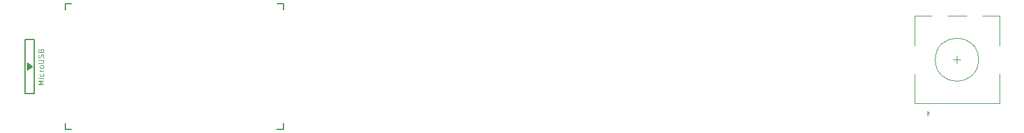
<source format=gto>
%TF.GenerationSoftware,KiCad,Pcbnew,(5.1.10)-1*%
%TF.CreationDate,2021-09-25T16:09:09+01:00*%
%TF.ProjectId,piccolo,70696363-6f6c-46f2-9e6b-696361645f70,rev?*%
%TF.SameCoordinates,Original*%
%TF.FileFunction,Legend,Top*%
%TF.FilePolarity,Positive*%
%FSLAX46Y46*%
G04 Gerber Fmt 4.6, Leading zero omitted, Abs format (unit mm)*
G04 Created by KiCad (PCBNEW (5.1.10)-1) date 2021-09-25 16:09:09*
%MOMM*%
%LPD*%
G01*
G04 APERTURE LIST*
%ADD10C,0.120000*%
%ADD11C,0.150000*%
G04 APERTURE END LIST*
D10*
%TO.C,SW2*%
X176037500Y-48260000D02*
G75*
G03*
X176037500Y-48260000I-3000000J0D01*
G01*
X167137500Y-46260000D02*
X167137500Y-42160000D01*
X178937500Y-42160000D02*
X178937500Y-46260000D01*
X178937500Y-50260000D02*
X178937500Y-54360000D01*
X167137500Y-50260000D02*
X167137500Y-54360000D01*
X167137500Y-54360000D02*
X178937500Y-54360000D01*
X169237500Y-55760000D02*
X168937500Y-56060000D01*
X168937500Y-56060000D02*
X168937500Y-55460000D01*
X168937500Y-55460000D02*
X169237500Y-55760000D01*
X167137500Y-42160000D02*
X169537500Y-42160000D01*
X171737500Y-42160000D02*
X174337500Y-42160000D01*
X176537500Y-42160000D02*
X178937500Y-42160000D01*
X172537500Y-48260000D02*
X173537500Y-48260000D01*
X173037500Y-48760000D02*
X173037500Y-47760000D01*
D11*
%TO.C,U1*%
X79687500Y-40462500D02*
X79687500Y-41322500D01*
X79687500Y-57962500D02*
X79687500Y-57112500D01*
X78837500Y-40462500D02*
X79687500Y-40462500D01*
X78787500Y-57962500D02*
X79687500Y-57962500D01*
X49487500Y-40462500D02*
X49487500Y-41262500D01*
X49487500Y-57962500D02*
X49487500Y-57112500D01*
X49487500Y-40462500D02*
X50337500Y-40462500D01*
X49487500Y-57962500D02*
X50337500Y-57962500D01*
X43887500Y-52962500D02*
X45187500Y-52962500D01*
X45187500Y-52962500D02*
X45187500Y-45462500D01*
X45187500Y-45462500D02*
X43887500Y-45462500D01*
X43887500Y-45462500D02*
X43887500Y-52962500D01*
X44237500Y-49712500D02*
X44237500Y-48712500D01*
X44237500Y-48712500D02*
X44887500Y-49212500D01*
X44887500Y-49212500D02*
X44237500Y-49712500D01*
X44387500Y-49562500D02*
X44387500Y-48862500D01*
X44537500Y-49462500D02*
X44537500Y-48962500D01*
X44687500Y-49362500D02*
X44687500Y-49062500D01*
D10*
X46476785Y-51708928D02*
X45726785Y-51708928D01*
X46262500Y-51458928D01*
X45726785Y-51208928D01*
X46476785Y-51208928D01*
X46476785Y-50851785D02*
X45976785Y-50851785D01*
X45726785Y-50851785D02*
X45762500Y-50887500D01*
X45798214Y-50851785D01*
X45762500Y-50816071D01*
X45726785Y-50851785D01*
X45798214Y-50851785D01*
X46441071Y-50173214D02*
X46476785Y-50244642D01*
X46476785Y-50387500D01*
X46441071Y-50458928D01*
X46405357Y-50494642D01*
X46333928Y-50530357D01*
X46119642Y-50530357D01*
X46048214Y-50494642D01*
X46012500Y-50458928D01*
X45976785Y-50387500D01*
X45976785Y-50244642D01*
X46012500Y-50173214D01*
X46476785Y-49851785D02*
X45976785Y-49851785D01*
X46119642Y-49851785D02*
X46048214Y-49816071D01*
X46012500Y-49780357D01*
X45976785Y-49708928D01*
X45976785Y-49637500D01*
X46476785Y-49280357D02*
X46441071Y-49351785D01*
X46405357Y-49387500D01*
X46333928Y-49423214D01*
X46119642Y-49423214D01*
X46048214Y-49387500D01*
X46012500Y-49351785D01*
X45976785Y-49280357D01*
X45976785Y-49173214D01*
X46012500Y-49101785D01*
X46048214Y-49066071D01*
X46119642Y-49030357D01*
X46333928Y-49030357D01*
X46405357Y-49066071D01*
X46441071Y-49101785D01*
X46476785Y-49173214D01*
X46476785Y-49280357D01*
X45726785Y-48708928D02*
X46333928Y-48708928D01*
X46405357Y-48673214D01*
X46441071Y-48637500D01*
X46476785Y-48566071D01*
X46476785Y-48423214D01*
X46441071Y-48351785D01*
X46405357Y-48316071D01*
X46333928Y-48280357D01*
X45726785Y-48280357D01*
X46441071Y-47958928D02*
X46476785Y-47851785D01*
X46476785Y-47673214D01*
X46441071Y-47601785D01*
X46405357Y-47566071D01*
X46333928Y-47530357D01*
X46262500Y-47530357D01*
X46191071Y-47566071D01*
X46155357Y-47601785D01*
X46119642Y-47673214D01*
X46083928Y-47816071D01*
X46048214Y-47887500D01*
X46012500Y-47923214D01*
X45941071Y-47958928D01*
X45869642Y-47958928D01*
X45798214Y-47923214D01*
X45762500Y-47887500D01*
X45726785Y-47816071D01*
X45726785Y-47637500D01*
X45762500Y-47530357D01*
X46083928Y-46958928D02*
X46119642Y-46851785D01*
X46155357Y-46816071D01*
X46226785Y-46780357D01*
X46333928Y-46780357D01*
X46405357Y-46816071D01*
X46441071Y-46851785D01*
X46476785Y-46923214D01*
X46476785Y-47208928D01*
X45726785Y-47208928D01*
X45726785Y-46958928D01*
X45762500Y-46887500D01*
X45798214Y-46851785D01*
X45869642Y-46816071D01*
X45941071Y-46816071D01*
X46012500Y-46851785D01*
X46048214Y-46887500D01*
X46083928Y-46958928D01*
X46083928Y-47208928D01*
X46476785Y-51708928D02*
X45726785Y-51708928D01*
X46262500Y-51458928D01*
X45726785Y-51208928D01*
X46476785Y-51208928D01*
X46476785Y-50851785D02*
X45976785Y-50851785D01*
X45726785Y-50851785D02*
X45762500Y-50887500D01*
X45798214Y-50851785D01*
X45762500Y-50816071D01*
X45726785Y-50851785D01*
X45798214Y-50851785D01*
X46441071Y-50173214D02*
X46476785Y-50244642D01*
X46476785Y-50387500D01*
X46441071Y-50458928D01*
X46405357Y-50494642D01*
X46333928Y-50530357D01*
X46119642Y-50530357D01*
X46048214Y-50494642D01*
X46012500Y-50458928D01*
X45976785Y-50387500D01*
X45976785Y-50244642D01*
X46012500Y-50173214D01*
X46476785Y-49851785D02*
X45976785Y-49851785D01*
X46119642Y-49851785D02*
X46048214Y-49816071D01*
X46012500Y-49780357D01*
X45976785Y-49708928D01*
X45976785Y-49637500D01*
X46476785Y-49280357D02*
X46441071Y-49351785D01*
X46405357Y-49387500D01*
X46333928Y-49423214D01*
X46119642Y-49423214D01*
X46048214Y-49387500D01*
X46012500Y-49351785D01*
X45976785Y-49280357D01*
X45976785Y-49173214D01*
X46012500Y-49101785D01*
X46048214Y-49066071D01*
X46119642Y-49030357D01*
X46333928Y-49030357D01*
X46405357Y-49066071D01*
X46441071Y-49101785D01*
X46476785Y-49173214D01*
X46476785Y-49280357D01*
X45726785Y-48708928D02*
X46333928Y-48708928D01*
X46405357Y-48673214D01*
X46441071Y-48637500D01*
X46476785Y-48566071D01*
X46476785Y-48423214D01*
X46441071Y-48351785D01*
X46405357Y-48316071D01*
X46333928Y-48280357D01*
X45726785Y-48280357D01*
X46441071Y-47958928D02*
X46476785Y-47851785D01*
X46476785Y-47673214D01*
X46441071Y-47601785D01*
X46405357Y-47566071D01*
X46333928Y-47530357D01*
X46262500Y-47530357D01*
X46191071Y-47566071D01*
X46155357Y-47601785D01*
X46119642Y-47673214D01*
X46083928Y-47816071D01*
X46048214Y-47887500D01*
X46012500Y-47923214D01*
X45941071Y-47958928D01*
X45869642Y-47958928D01*
X45798214Y-47923214D01*
X45762500Y-47887500D01*
X45726785Y-47816071D01*
X45726785Y-47637500D01*
X45762500Y-47530357D01*
X46083928Y-46958928D02*
X46119642Y-46851785D01*
X46155357Y-46816071D01*
X46226785Y-46780357D01*
X46333928Y-46780357D01*
X46405357Y-46816071D01*
X46441071Y-46851785D01*
X46476785Y-46923214D01*
X46476785Y-47208928D01*
X45726785Y-47208928D01*
X45726785Y-46958928D01*
X45762500Y-46887500D01*
X45798214Y-46851785D01*
X45869642Y-46816071D01*
X45941071Y-46816071D01*
X46012500Y-46851785D01*
X46048214Y-46887500D01*
X46083928Y-46958928D01*
X46083928Y-47208928D01*
%TD*%
M02*

</source>
